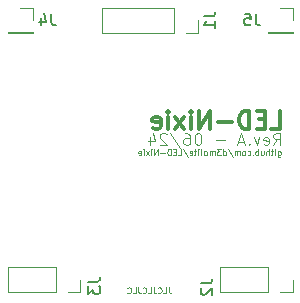
<source format=gbr>
%TF.GenerationSoftware,KiCad,Pcbnew,8.0.3*%
%TF.CreationDate,2024-07-13T00:09:23+02:00*%
%TF.ProjectId,Led Nixie,4c656420-4e69-4786-9965-2e6b69636164,rev?*%
%TF.SameCoordinates,Original*%
%TF.FileFunction,Legend,Bot*%
%TF.FilePolarity,Positive*%
%FSLAX46Y46*%
G04 Gerber Fmt 4.6, Leading zero omitted, Abs format (unit mm)*
G04 Created by KiCad (PCBNEW 8.0.3) date 2024-07-13 00:09:23*
%MOMM*%
%LPD*%
G01*
G04 APERTURE LIST*
%ADD10C,0.100000*%
%ADD11C,0.300000*%
%ADD12C,0.150000*%
%ADD13C,0.120000*%
G04 APERTURE END LIST*
D10*
X101566666Y-51633609D02*
X101566666Y-51990752D01*
X101566666Y-51990752D02*
X101590475Y-52062180D01*
X101590475Y-52062180D02*
X101638094Y-52109800D01*
X101638094Y-52109800D02*
X101709523Y-52133609D01*
X101709523Y-52133609D02*
X101757142Y-52133609D01*
X101090476Y-52133609D02*
X101328571Y-52133609D01*
X101328571Y-52133609D02*
X101328571Y-51633609D01*
X100638095Y-52085990D02*
X100661904Y-52109800D01*
X100661904Y-52109800D02*
X100733333Y-52133609D01*
X100733333Y-52133609D02*
X100780952Y-52133609D01*
X100780952Y-52133609D02*
X100852380Y-52109800D01*
X100852380Y-52109800D02*
X100899999Y-52062180D01*
X100899999Y-52062180D02*
X100923809Y-52014561D01*
X100923809Y-52014561D02*
X100947618Y-51919323D01*
X100947618Y-51919323D02*
X100947618Y-51847895D01*
X100947618Y-51847895D02*
X100923809Y-51752657D01*
X100923809Y-51752657D02*
X100899999Y-51705038D01*
X100899999Y-51705038D02*
X100852380Y-51657419D01*
X100852380Y-51657419D02*
X100780952Y-51633609D01*
X100780952Y-51633609D02*
X100733333Y-51633609D01*
X100733333Y-51633609D02*
X100661904Y-51657419D01*
X100661904Y-51657419D02*
X100638095Y-51681228D01*
X100280952Y-51633609D02*
X100280952Y-51990752D01*
X100280952Y-51990752D02*
X100304761Y-52062180D01*
X100304761Y-52062180D02*
X100352380Y-52109800D01*
X100352380Y-52109800D02*
X100423809Y-52133609D01*
X100423809Y-52133609D02*
X100471428Y-52133609D01*
X99804762Y-52133609D02*
X100042857Y-52133609D01*
X100042857Y-52133609D02*
X100042857Y-51633609D01*
X99352381Y-52085990D02*
X99376190Y-52109800D01*
X99376190Y-52109800D02*
X99447619Y-52133609D01*
X99447619Y-52133609D02*
X99495238Y-52133609D01*
X99495238Y-52133609D02*
X99566666Y-52109800D01*
X99566666Y-52109800D02*
X99614285Y-52062180D01*
X99614285Y-52062180D02*
X99638095Y-52014561D01*
X99638095Y-52014561D02*
X99661904Y-51919323D01*
X99661904Y-51919323D02*
X99661904Y-51847895D01*
X99661904Y-51847895D02*
X99638095Y-51752657D01*
X99638095Y-51752657D02*
X99614285Y-51705038D01*
X99614285Y-51705038D02*
X99566666Y-51657419D01*
X99566666Y-51657419D02*
X99495238Y-51633609D01*
X99495238Y-51633609D02*
X99447619Y-51633609D01*
X99447619Y-51633609D02*
X99376190Y-51657419D01*
X99376190Y-51657419D02*
X99352381Y-51681228D01*
X98995238Y-51633609D02*
X98995238Y-51990752D01*
X98995238Y-51990752D02*
X99019047Y-52062180D01*
X99019047Y-52062180D02*
X99066666Y-52109800D01*
X99066666Y-52109800D02*
X99138095Y-52133609D01*
X99138095Y-52133609D02*
X99185714Y-52133609D01*
X98519048Y-52133609D02*
X98757143Y-52133609D01*
X98757143Y-52133609D02*
X98757143Y-51633609D01*
X98066667Y-52085990D02*
X98090476Y-52109800D01*
X98090476Y-52109800D02*
X98161905Y-52133609D01*
X98161905Y-52133609D02*
X98209524Y-52133609D01*
X98209524Y-52133609D02*
X98280952Y-52109800D01*
X98280952Y-52109800D02*
X98328571Y-52062180D01*
X98328571Y-52062180D02*
X98352381Y-52014561D01*
X98352381Y-52014561D02*
X98376190Y-51919323D01*
X98376190Y-51919323D02*
X98376190Y-51847895D01*
X98376190Y-51847895D02*
X98352381Y-51752657D01*
X98352381Y-51752657D02*
X98328571Y-51705038D01*
X98328571Y-51705038D02*
X98280952Y-51657419D01*
X98280952Y-51657419D02*
X98209524Y-51633609D01*
X98209524Y-51633609D02*
X98161905Y-51633609D01*
X98161905Y-51633609D02*
X98090476Y-51657419D01*
X98090476Y-51657419D02*
X98066667Y-51681228D01*
X110800877Y-40100276D02*
X110800877Y-40505038D01*
X110800877Y-40505038D02*
X110824687Y-40552657D01*
X110824687Y-40552657D02*
X110848496Y-40576466D01*
X110848496Y-40576466D02*
X110896115Y-40600276D01*
X110896115Y-40600276D02*
X110967544Y-40600276D01*
X110967544Y-40600276D02*
X111015163Y-40576466D01*
X110800877Y-40409800D02*
X110848496Y-40433609D01*
X110848496Y-40433609D02*
X110943734Y-40433609D01*
X110943734Y-40433609D02*
X110991353Y-40409800D01*
X110991353Y-40409800D02*
X111015163Y-40385990D01*
X111015163Y-40385990D02*
X111038972Y-40338371D01*
X111038972Y-40338371D02*
X111038972Y-40195514D01*
X111038972Y-40195514D02*
X111015163Y-40147895D01*
X111015163Y-40147895D02*
X110991353Y-40124085D01*
X110991353Y-40124085D02*
X110943734Y-40100276D01*
X110943734Y-40100276D02*
X110848496Y-40100276D01*
X110848496Y-40100276D02*
X110800877Y-40124085D01*
X110562782Y-40433609D02*
X110562782Y-40100276D01*
X110562782Y-39933609D02*
X110586591Y-39957419D01*
X110586591Y-39957419D02*
X110562782Y-39981228D01*
X110562782Y-39981228D02*
X110538972Y-39957419D01*
X110538972Y-39957419D02*
X110562782Y-39933609D01*
X110562782Y-39933609D02*
X110562782Y-39981228D01*
X110396115Y-40100276D02*
X110205639Y-40100276D01*
X110324687Y-39933609D02*
X110324687Y-40362180D01*
X110324687Y-40362180D02*
X110300877Y-40409800D01*
X110300877Y-40409800D02*
X110253258Y-40433609D01*
X110253258Y-40433609D02*
X110205639Y-40433609D01*
X110038973Y-40433609D02*
X110038973Y-39933609D01*
X109824687Y-40433609D02*
X109824687Y-40171704D01*
X109824687Y-40171704D02*
X109848497Y-40124085D01*
X109848497Y-40124085D02*
X109896116Y-40100276D01*
X109896116Y-40100276D02*
X109967544Y-40100276D01*
X109967544Y-40100276D02*
X110015163Y-40124085D01*
X110015163Y-40124085D02*
X110038973Y-40147895D01*
X109372306Y-40100276D02*
X109372306Y-40433609D01*
X109586592Y-40100276D02*
X109586592Y-40362180D01*
X109586592Y-40362180D02*
X109562782Y-40409800D01*
X109562782Y-40409800D02*
X109515163Y-40433609D01*
X109515163Y-40433609D02*
X109443735Y-40433609D01*
X109443735Y-40433609D02*
X109396116Y-40409800D01*
X109396116Y-40409800D02*
X109372306Y-40385990D01*
X109134211Y-40433609D02*
X109134211Y-39933609D01*
X109134211Y-40124085D02*
X109086592Y-40100276D01*
X109086592Y-40100276D02*
X108991354Y-40100276D01*
X108991354Y-40100276D02*
X108943735Y-40124085D01*
X108943735Y-40124085D02*
X108919925Y-40147895D01*
X108919925Y-40147895D02*
X108896116Y-40195514D01*
X108896116Y-40195514D02*
X108896116Y-40338371D01*
X108896116Y-40338371D02*
X108919925Y-40385990D01*
X108919925Y-40385990D02*
X108943735Y-40409800D01*
X108943735Y-40409800D02*
X108991354Y-40433609D01*
X108991354Y-40433609D02*
X109086592Y-40433609D01*
X109086592Y-40433609D02*
X109134211Y-40409800D01*
X108681830Y-40385990D02*
X108658020Y-40409800D01*
X108658020Y-40409800D02*
X108681830Y-40433609D01*
X108681830Y-40433609D02*
X108705639Y-40409800D01*
X108705639Y-40409800D02*
X108681830Y-40385990D01*
X108681830Y-40385990D02*
X108681830Y-40433609D01*
X108229449Y-40409800D02*
X108277068Y-40433609D01*
X108277068Y-40433609D02*
X108372306Y-40433609D01*
X108372306Y-40433609D02*
X108419925Y-40409800D01*
X108419925Y-40409800D02*
X108443735Y-40385990D01*
X108443735Y-40385990D02*
X108467544Y-40338371D01*
X108467544Y-40338371D02*
X108467544Y-40195514D01*
X108467544Y-40195514D02*
X108443735Y-40147895D01*
X108443735Y-40147895D02*
X108419925Y-40124085D01*
X108419925Y-40124085D02*
X108372306Y-40100276D01*
X108372306Y-40100276D02*
X108277068Y-40100276D01*
X108277068Y-40100276D02*
X108229449Y-40124085D01*
X107943735Y-40433609D02*
X107991354Y-40409800D01*
X107991354Y-40409800D02*
X108015164Y-40385990D01*
X108015164Y-40385990D02*
X108038973Y-40338371D01*
X108038973Y-40338371D02*
X108038973Y-40195514D01*
X108038973Y-40195514D02*
X108015164Y-40147895D01*
X108015164Y-40147895D02*
X107991354Y-40124085D01*
X107991354Y-40124085D02*
X107943735Y-40100276D01*
X107943735Y-40100276D02*
X107872307Y-40100276D01*
X107872307Y-40100276D02*
X107824688Y-40124085D01*
X107824688Y-40124085D02*
X107800878Y-40147895D01*
X107800878Y-40147895D02*
X107777069Y-40195514D01*
X107777069Y-40195514D02*
X107777069Y-40338371D01*
X107777069Y-40338371D02*
X107800878Y-40385990D01*
X107800878Y-40385990D02*
X107824688Y-40409800D01*
X107824688Y-40409800D02*
X107872307Y-40433609D01*
X107872307Y-40433609D02*
X107943735Y-40433609D01*
X107562783Y-40433609D02*
X107562783Y-40100276D01*
X107562783Y-40147895D02*
X107538973Y-40124085D01*
X107538973Y-40124085D02*
X107491354Y-40100276D01*
X107491354Y-40100276D02*
X107419926Y-40100276D01*
X107419926Y-40100276D02*
X107372307Y-40124085D01*
X107372307Y-40124085D02*
X107348497Y-40171704D01*
X107348497Y-40171704D02*
X107348497Y-40433609D01*
X107348497Y-40171704D02*
X107324688Y-40124085D01*
X107324688Y-40124085D02*
X107277069Y-40100276D01*
X107277069Y-40100276D02*
X107205640Y-40100276D01*
X107205640Y-40100276D02*
X107158021Y-40124085D01*
X107158021Y-40124085D02*
X107134211Y-40171704D01*
X107134211Y-40171704D02*
X107134211Y-40433609D01*
X106538973Y-39909800D02*
X106967544Y-40552657D01*
X106158020Y-40433609D02*
X106158020Y-39933609D01*
X106158020Y-40409800D02*
X106205639Y-40433609D01*
X106205639Y-40433609D02*
X106300877Y-40433609D01*
X106300877Y-40433609D02*
X106348496Y-40409800D01*
X106348496Y-40409800D02*
X106372306Y-40385990D01*
X106372306Y-40385990D02*
X106396115Y-40338371D01*
X106396115Y-40338371D02*
X106396115Y-40195514D01*
X106396115Y-40195514D02*
X106372306Y-40147895D01*
X106372306Y-40147895D02*
X106348496Y-40124085D01*
X106348496Y-40124085D02*
X106300877Y-40100276D01*
X106300877Y-40100276D02*
X106205639Y-40100276D01*
X106205639Y-40100276D02*
X106158020Y-40124085D01*
X105967544Y-39933609D02*
X105658020Y-39933609D01*
X105658020Y-39933609D02*
X105824687Y-40124085D01*
X105824687Y-40124085D02*
X105753258Y-40124085D01*
X105753258Y-40124085D02*
X105705639Y-40147895D01*
X105705639Y-40147895D02*
X105681830Y-40171704D01*
X105681830Y-40171704D02*
X105658020Y-40219323D01*
X105658020Y-40219323D02*
X105658020Y-40338371D01*
X105658020Y-40338371D02*
X105681830Y-40385990D01*
X105681830Y-40385990D02*
X105705639Y-40409800D01*
X105705639Y-40409800D02*
X105753258Y-40433609D01*
X105753258Y-40433609D02*
X105896115Y-40433609D01*
X105896115Y-40433609D02*
X105943734Y-40409800D01*
X105943734Y-40409800D02*
X105967544Y-40385990D01*
X105443735Y-40433609D02*
X105443735Y-40100276D01*
X105443735Y-40147895D02*
X105419925Y-40124085D01*
X105419925Y-40124085D02*
X105372306Y-40100276D01*
X105372306Y-40100276D02*
X105300878Y-40100276D01*
X105300878Y-40100276D02*
X105253259Y-40124085D01*
X105253259Y-40124085D02*
X105229449Y-40171704D01*
X105229449Y-40171704D02*
X105229449Y-40433609D01*
X105229449Y-40171704D02*
X105205640Y-40124085D01*
X105205640Y-40124085D02*
X105158021Y-40100276D01*
X105158021Y-40100276D02*
X105086592Y-40100276D01*
X105086592Y-40100276D02*
X105038973Y-40124085D01*
X105038973Y-40124085D02*
X105015163Y-40171704D01*
X105015163Y-40171704D02*
X105015163Y-40433609D01*
X104705639Y-40433609D02*
X104753258Y-40409800D01*
X104753258Y-40409800D02*
X104777068Y-40385990D01*
X104777068Y-40385990D02*
X104800877Y-40338371D01*
X104800877Y-40338371D02*
X104800877Y-40195514D01*
X104800877Y-40195514D02*
X104777068Y-40147895D01*
X104777068Y-40147895D02*
X104753258Y-40124085D01*
X104753258Y-40124085D02*
X104705639Y-40100276D01*
X104705639Y-40100276D02*
X104634211Y-40100276D01*
X104634211Y-40100276D02*
X104586592Y-40124085D01*
X104586592Y-40124085D02*
X104562782Y-40147895D01*
X104562782Y-40147895D02*
X104538973Y-40195514D01*
X104538973Y-40195514D02*
X104538973Y-40338371D01*
X104538973Y-40338371D02*
X104562782Y-40385990D01*
X104562782Y-40385990D02*
X104586592Y-40409800D01*
X104586592Y-40409800D02*
X104634211Y-40433609D01*
X104634211Y-40433609D02*
X104705639Y-40433609D01*
X104253258Y-40433609D02*
X104300877Y-40409800D01*
X104300877Y-40409800D02*
X104324687Y-40362180D01*
X104324687Y-40362180D02*
X104324687Y-39933609D01*
X104062782Y-40433609D02*
X104062782Y-40100276D01*
X104062782Y-39933609D02*
X104086591Y-39957419D01*
X104086591Y-39957419D02*
X104062782Y-39981228D01*
X104062782Y-39981228D02*
X104038972Y-39957419D01*
X104038972Y-39957419D02*
X104062782Y-39933609D01*
X104062782Y-39933609D02*
X104062782Y-39981228D01*
X103896115Y-40100276D02*
X103705639Y-40100276D01*
X103824687Y-39933609D02*
X103824687Y-40362180D01*
X103824687Y-40362180D02*
X103800877Y-40409800D01*
X103800877Y-40409800D02*
X103753258Y-40433609D01*
X103753258Y-40433609D02*
X103705639Y-40433609D01*
X103348497Y-40409800D02*
X103396116Y-40433609D01*
X103396116Y-40433609D02*
X103491354Y-40433609D01*
X103491354Y-40433609D02*
X103538973Y-40409800D01*
X103538973Y-40409800D02*
X103562782Y-40362180D01*
X103562782Y-40362180D02*
X103562782Y-40171704D01*
X103562782Y-40171704D02*
X103538973Y-40124085D01*
X103538973Y-40124085D02*
X103491354Y-40100276D01*
X103491354Y-40100276D02*
X103396116Y-40100276D01*
X103396116Y-40100276D02*
X103348497Y-40124085D01*
X103348497Y-40124085D02*
X103324687Y-40171704D01*
X103324687Y-40171704D02*
X103324687Y-40219323D01*
X103324687Y-40219323D02*
X103562782Y-40266942D01*
X102753259Y-39909800D02*
X103181830Y-40552657D01*
X102348497Y-40433609D02*
X102586592Y-40433609D01*
X102586592Y-40433609D02*
X102586592Y-39933609D01*
X102181830Y-40171704D02*
X102015163Y-40171704D01*
X101943735Y-40433609D02*
X102181830Y-40433609D01*
X102181830Y-40433609D02*
X102181830Y-39933609D01*
X102181830Y-39933609D02*
X101943735Y-39933609D01*
X101729449Y-40433609D02*
X101729449Y-39933609D01*
X101729449Y-39933609D02*
X101610401Y-39933609D01*
X101610401Y-39933609D02*
X101538973Y-39957419D01*
X101538973Y-39957419D02*
X101491354Y-40005038D01*
X101491354Y-40005038D02*
X101467544Y-40052657D01*
X101467544Y-40052657D02*
X101443735Y-40147895D01*
X101443735Y-40147895D02*
X101443735Y-40219323D01*
X101443735Y-40219323D02*
X101467544Y-40314561D01*
X101467544Y-40314561D02*
X101491354Y-40362180D01*
X101491354Y-40362180D02*
X101538973Y-40409800D01*
X101538973Y-40409800D02*
X101610401Y-40433609D01*
X101610401Y-40433609D02*
X101729449Y-40433609D01*
X101229449Y-40243133D02*
X100848497Y-40243133D01*
X100610401Y-40433609D02*
X100610401Y-39933609D01*
X100610401Y-39933609D02*
X100324687Y-40433609D01*
X100324687Y-40433609D02*
X100324687Y-39933609D01*
X100086591Y-40433609D02*
X100086591Y-40100276D01*
X100086591Y-39933609D02*
X100110400Y-39957419D01*
X100110400Y-39957419D02*
X100086591Y-39981228D01*
X100086591Y-39981228D02*
X100062781Y-39957419D01*
X100062781Y-39957419D02*
X100086591Y-39933609D01*
X100086591Y-39933609D02*
X100086591Y-39981228D01*
X99896115Y-40433609D02*
X99634210Y-40100276D01*
X99896115Y-40100276D02*
X99634210Y-40433609D01*
X99443734Y-40433609D02*
X99443734Y-40100276D01*
X99443734Y-39933609D02*
X99467543Y-39957419D01*
X99467543Y-39957419D02*
X99443734Y-39981228D01*
X99443734Y-39981228D02*
X99419924Y-39957419D01*
X99419924Y-39957419D02*
X99443734Y-39933609D01*
X99443734Y-39933609D02*
X99443734Y-39981228D01*
X99015163Y-40409800D02*
X99062782Y-40433609D01*
X99062782Y-40433609D02*
X99158020Y-40433609D01*
X99158020Y-40433609D02*
X99205639Y-40409800D01*
X99205639Y-40409800D02*
X99229448Y-40362180D01*
X99229448Y-40362180D02*
X99229448Y-40171704D01*
X99229448Y-40171704D02*
X99205639Y-40124085D01*
X99205639Y-40124085D02*
X99158020Y-40100276D01*
X99158020Y-40100276D02*
X99062782Y-40100276D01*
X99062782Y-40100276D02*
X99015163Y-40124085D01*
X99015163Y-40124085D02*
X98991353Y-40171704D01*
X98991353Y-40171704D02*
X98991353Y-40219323D01*
X98991353Y-40219323D02*
X99229448Y-40266942D01*
X110424687Y-39572419D02*
X110758020Y-39096228D01*
X110996115Y-39572419D02*
X110996115Y-38572419D01*
X110996115Y-38572419D02*
X110615163Y-38572419D01*
X110615163Y-38572419D02*
X110519925Y-38620038D01*
X110519925Y-38620038D02*
X110472306Y-38667657D01*
X110472306Y-38667657D02*
X110424687Y-38762895D01*
X110424687Y-38762895D02*
X110424687Y-38905752D01*
X110424687Y-38905752D02*
X110472306Y-39000990D01*
X110472306Y-39000990D02*
X110519925Y-39048609D01*
X110519925Y-39048609D02*
X110615163Y-39096228D01*
X110615163Y-39096228D02*
X110996115Y-39096228D01*
X109615163Y-39524800D02*
X109710401Y-39572419D01*
X109710401Y-39572419D02*
X109900877Y-39572419D01*
X109900877Y-39572419D02*
X109996115Y-39524800D01*
X109996115Y-39524800D02*
X110043734Y-39429561D01*
X110043734Y-39429561D02*
X110043734Y-39048609D01*
X110043734Y-39048609D02*
X109996115Y-38953371D01*
X109996115Y-38953371D02*
X109900877Y-38905752D01*
X109900877Y-38905752D02*
X109710401Y-38905752D01*
X109710401Y-38905752D02*
X109615163Y-38953371D01*
X109615163Y-38953371D02*
X109567544Y-39048609D01*
X109567544Y-39048609D02*
X109567544Y-39143847D01*
X109567544Y-39143847D02*
X110043734Y-39239085D01*
X109234210Y-38905752D02*
X108996115Y-39572419D01*
X108996115Y-39572419D02*
X108758020Y-38905752D01*
X108377067Y-39477180D02*
X108329448Y-39524800D01*
X108329448Y-39524800D02*
X108377067Y-39572419D01*
X108377067Y-39572419D02*
X108424686Y-39524800D01*
X108424686Y-39524800D02*
X108377067Y-39477180D01*
X108377067Y-39477180D02*
X108377067Y-39572419D01*
X107948496Y-39286704D02*
X107472306Y-39286704D01*
X108043734Y-39572419D02*
X107710401Y-38572419D01*
X107710401Y-38572419D02*
X107377068Y-39572419D01*
X106281829Y-39191466D02*
X105519925Y-39191466D01*
X104091353Y-38572419D02*
X103996115Y-38572419D01*
X103996115Y-38572419D02*
X103900877Y-38620038D01*
X103900877Y-38620038D02*
X103853258Y-38667657D01*
X103853258Y-38667657D02*
X103805639Y-38762895D01*
X103805639Y-38762895D02*
X103758020Y-38953371D01*
X103758020Y-38953371D02*
X103758020Y-39191466D01*
X103758020Y-39191466D02*
X103805639Y-39381942D01*
X103805639Y-39381942D02*
X103853258Y-39477180D01*
X103853258Y-39477180D02*
X103900877Y-39524800D01*
X103900877Y-39524800D02*
X103996115Y-39572419D01*
X103996115Y-39572419D02*
X104091353Y-39572419D01*
X104091353Y-39572419D02*
X104186591Y-39524800D01*
X104186591Y-39524800D02*
X104234210Y-39477180D01*
X104234210Y-39477180D02*
X104281829Y-39381942D01*
X104281829Y-39381942D02*
X104329448Y-39191466D01*
X104329448Y-39191466D02*
X104329448Y-38953371D01*
X104329448Y-38953371D02*
X104281829Y-38762895D01*
X104281829Y-38762895D02*
X104234210Y-38667657D01*
X104234210Y-38667657D02*
X104186591Y-38620038D01*
X104186591Y-38620038D02*
X104091353Y-38572419D01*
X102900877Y-38572419D02*
X103091353Y-38572419D01*
X103091353Y-38572419D02*
X103186591Y-38620038D01*
X103186591Y-38620038D02*
X103234210Y-38667657D01*
X103234210Y-38667657D02*
X103329448Y-38810514D01*
X103329448Y-38810514D02*
X103377067Y-39000990D01*
X103377067Y-39000990D02*
X103377067Y-39381942D01*
X103377067Y-39381942D02*
X103329448Y-39477180D01*
X103329448Y-39477180D02*
X103281829Y-39524800D01*
X103281829Y-39524800D02*
X103186591Y-39572419D01*
X103186591Y-39572419D02*
X102996115Y-39572419D01*
X102996115Y-39572419D02*
X102900877Y-39524800D01*
X102900877Y-39524800D02*
X102853258Y-39477180D01*
X102853258Y-39477180D02*
X102805639Y-39381942D01*
X102805639Y-39381942D02*
X102805639Y-39143847D01*
X102805639Y-39143847D02*
X102853258Y-39048609D01*
X102853258Y-39048609D02*
X102900877Y-39000990D01*
X102900877Y-39000990D02*
X102996115Y-38953371D01*
X102996115Y-38953371D02*
X103186591Y-38953371D01*
X103186591Y-38953371D02*
X103281829Y-39000990D01*
X103281829Y-39000990D02*
X103329448Y-39048609D01*
X103329448Y-39048609D02*
X103377067Y-39143847D01*
X101662782Y-38524800D02*
X102519924Y-39810514D01*
X101377067Y-38667657D02*
X101329448Y-38620038D01*
X101329448Y-38620038D02*
X101234210Y-38572419D01*
X101234210Y-38572419D02*
X100996115Y-38572419D01*
X100996115Y-38572419D02*
X100900877Y-38620038D01*
X100900877Y-38620038D02*
X100853258Y-38667657D01*
X100853258Y-38667657D02*
X100805639Y-38762895D01*
X100805639Y-38762895D02*
X100805639Y-38858133D01*
X100805639Y-38858133D02*
X100853258Y-39000990D01*
X100853258Y-39000990D02*
X101424686Y-39572419D01*
X101424686Y-39572419D02*
X100805639Y-39572419D01*
X99948496Y-38905752D02*
X99948496Y-39572419D01*
X100186591Y-38524800D02*
X100424686Y-39239085D01*
X100424686Y-39239085D02*
X99805639Y-39239085D01*
D11*
X110231203Y-38200828D02*
X110945489Y-38200828D01*
X110945489Y-38200828D02*
X110945489Y-36700828D01*
X109731203Y-37415114D02*
X109231203Y-37415114D01*
X109016917Y-38200828D02*
X109731203Y-38200828D01*
X109731203Y-38200828D02*
X109731203Y-36700828D01*
X109731203Y-36700828D02*
X109016917Y-36700828D01*
X108374060Y-38200828D02*
X108374060Y-36700828D01*
X108374060Y-36700828D02*
X108016917Y-36700828D01*
X108016917Y-36700828D02*
X107802631Y-36772257D01*
X107802631Y-36772257D02*
X107659774Y-36915114D01*
X107659774Y-36915114D02*
X107588345Y-37057971D01*
X107588345Y-37057971D02*
X107516917Y-37343685D01*
X107516917Y-37343685D02*
X107516917Y-37557971D01*
X107516917Y-37557971D02*
X107588345Y-37843685D01*
X107588345Y-37843685D02*
X107659774Y-37986542D01*
X107659774Y-37986542D02*
X107802631Y-38129400D01*
X107802631Y-38129400D02*
X108016917Y-38200828D01*
X108016917Y-38200828D02*
X108374060Y-38200828D01*
X106874060Y-37629400D02*
X105731203Y-37629400D01*
X105016917Y-38200828D02*
X105016917Y-36700828D01*
X105016917Y-36700828D02*
X104159774Y-38200828D01*
X104159774Y-38200828D02*
X104159774Y-36700828D01*
X103445488Y-38200828D02*
X103445488Y-37200828D01*
X103445488Y-36700828D02*
X103516916Y-36772257D01*
X103516916Y-36772257D02*
X103445488Y-36843685D01*
X103445488Y-36843685D02*
X103374059Y-36772257D01*
X103374059Y-36772257D02*
X103445488Y-36700828D01*
X103445488Y-36700828D02*
X103445488Y-36843685D01*
X102874059Y-38200828D02*
X102088345Y-37200828D01*
X102874059Y-37200828D02*
X102088345Y-38200828D01*
X101516916Y-38200828D02*
X101516916Y-37200828D01*
X101516916Y-36700828D02*
X101588344Y-36772257D01*
X101588344Y-36772257D02*
X101516916Y-36843685D01*
X101516916Y-36843685D02*
X101445487Y-36772257D01*
X101445487Y-36772257D02*
X101516916Y-36700828D01*
X101516916Y-36700828D02*
X101516916Y-36843685D01*
X100231201Y-38129400D02*
X100374058Y-38200828D01*
X100374058Y-38200828D02*
X100659773Y-38200828D01*
X100659773Y-38200828D02*
X100802630Y-38129400D01*
X100802630Y-38129400D02*
X100874058Y-37986542D01*
X100874058Y-37986542D02*
X100874058Y-37415114D01*
X100874058Y-37415114D02*
X100802630Y-37272257D01*
X100802630Y-37272257D02*
X100659773Y-37200828D01*
X100659773Y-37200828D02*
X100374058Y-37200828D01*
X100374058Y-37200828D02*
X100231201Y-37272257D01*
X100231201Y-37272257D02*
X100159773Y-37415114D01*
X100159773Y-37415114D02*
X100159773Y-37557971D01*
X100159773Y-37557971D02*
X100874058Y-37700828D01*
D12*
X104514819Y-28666666D02*
X105229104Y-28666666D01*
X105229104Y-28666666D02*
X105371961Y-28619047D01*
X105371961Y-28619047D02*
X105467200Y-28523809D01*
X105467200Y-28523809D02*
X105514819Y-28380952D01*
X105514819Y-28380952D02*
X105514819Y-28285714D01*
X105514819Y-29666666D02*
X105514819Y-29095238D01*
X105514819Y-29380952D02*
X104514819Y-29380952D01*
X104514819Y-29380952D02*
X104657676Y-29285714D01*
X104657676Y-29285714D02*
X104752914Y-29190476D01*
X104752914Y-29190476D02*
X104800533Y-29095238D01*
X108933333Y-28454819D02*
X108933333Y-29169104D01*
X108933333Y-29169104D02*
X108980952Y-29311961D01*
X108980952Y-29311961D02*
X109076190Y-29407200D01*
X109076190Y-29407200D02*
X109219047Y-29454819D01*
X109219047Y-29454819D02*
X109314285Y-29454819D01*
X107980952Y-28454819D02*
X108457142Y-28454819D01*
X108457142Y-28454819D02*
X108504761Y-28931009D01*
X108504761Y-28931009D02*
X108457142Y-28883390D01*
X108457142Y-28883390D02*
X108361904Y-28835771D01*
X108361904Y-28835771D02*
X108123809Y-28835771D01*
X108123809Y-28835771D02*
X108028571Y-28883390D01*
X108028571Y-28883390D02*
X107980952Y-28931009D01*
X107980952Y-28931009D02*
X107933333Y-29026247D01*
X107933333Y-29026247D02*
X107933333Y-29264342D01*
X107933333Y-29264342D02*
X107980952Y-29359580D01*
X107980952Y-29359580D02*
X108028571Y-29407200D01*
X108028571Y-29407200D02*
X108123809Y-29454819D01*
X108123809Y-29454819D02*
X108361904Y-29454819D01*
X108361904Y-29454819D02*
X108457142Y-29407200D01*
X108457142Y-29407200D02*
X108504761Y-29359580D01*
X91633333Y-28454819D02*
X91633333Y-29169104D01*
X91633333Y-29169104D02*
X91680952Y-29311961D01*
X91680952Y-29311961D02*
X91776190Y-29407200D01*
X91776190Y-29407200D02*
X91919047Y-29454819D01*
X91919047Y-29454819D02*
X92014285Y-29454819D01*
X90728571Y-28788152D02*
X90728571Y-29454819D01*
X90966666Y-28407200D02*
X91204761Y-29121485D01*
X91204761Y-29121485D02*
X90585714Y-29121485D01*
X94754819Y-51166666D02*
X95469104Y-51166666D01*
X95469104Y-51166666D02*
X95611961Y-51119047D01*
X95611961Y-51119047D02*
X95707200Y-51023809D01*
X95707200Y-51023809D02*
X95754819Y-50880952D01*
X95754819Y-50880952D02*
X95754819Y-50785714D01*
X94754819Y-51547619D02*
X94754819Y-52166666D01*
X94754819Y-52166666D02*
X95135771Y-51833333D01*
X95135771Y-51833333D02*
X95135771Y-51976190D01*
X95135771Y-51976190D02*
X95183390Y-52071428D01*
X95183390Y-52071428D02*
X95231009Y-52119047D01*
X95231009Y-52119047D02*
X95326247Y-52166666D01*
X95326247Y-52166666D02*
X95564342Y-52166666D01*
X95564342Y-52166666D02*
X95659580Y-52119047D01*
X95659580Y-52119047D02*
X95707200Y-52071428D01*
X95707200Y-52071428D02*
X95754819Y-51976190D01*
X95754819Y-51976190D02*
X95754819Y-51690476D01*
X95754819Y-51690476D02*
X95707200Y-51595238D01*
X95707200Y-51595238D02*
X95659580Y-51547619D01*
X104254819Y-51266666D02*
X104969104Y-51266666D01*
X104969104Y-51266666D02*
X105111961Y-51219047D01*
X105111961Y-51219047D02*
X105207200Y-51123809D01*
X105207200Y-51123809D02*
X105254819Y-50980952D01*
X105254819Y-50980952D02*
X105254819Y-50885714D01*
X104350057Y-51695238D02*
X104302438Y-51742857D01*
X104302438Y-51742857D02*
X104254819Y-51838095D01*
X104254819Y-51838095D02*
X104254819Y-52076190D01*
X104254819Y-52076190D02*
X104302438Y-52171428D01*
X104302438Y-52171428D02*
X104350057Y-52219047D01*
X104350057Y-52219047D02*
X104445295Y-52266666D01*
X104445295Y-52266666D02*
X104540533Y-52266666D01*
X104540533Y-52266666D02*
X104683390Y-52219047D01*
X104683390Y-52219047D02*
X105254819Y-51647619D01*
X105254819Y-51647619D02*
X105254819Y-52266666D01*
D13*
%TO.C,J1*%
X104060000Y-29000000D02*
X104060000Y-30060000D01*
X104060000Y-30060000D02*
X103000000Y-30060000D01*
X95940000Y-30060000D02*
X102000000Y-30060000D01*
X102000000Y-27940000D02*
X102000000Y-30060000D01*
X95940000Y-27940000D02*
X95940000Y-30060000D01*
X95940000Y-27940000D02*
X102000000Y-27940000D01*
%TO.C,J5*%
X111000000Y-27940000D02*
X112060000Y-27940000D01*
X112060000Y-27940000D02*
X112060000Y-29000000D01*
X112060000Y-30060000D02*
X112060000Y-30000000D01*
X109940000Y-30000000D02*
X112060000Y-30000000D01*
X109940000Y-30060000D02*
X112060000Y-30060000D01*
X109940000Y-30060000D02*
X109940000Y-30000000D01*
%TO.C,J4*%
X89000000Y-27940000D02*
X90060000Y-27940000D01*
X90060000Y-27940000D02*
X90060000Y-29000000D01*
X90060000Y-30060000D02*
X90060000Y-30000000D01*
X87940000Y-30000000D02*
X90060000Y-30000000D01*
X87940000Y-30060000D02*
X90060000Y-30060000D01*
X87940000Y-30060000D02*
X87940000Y-30000000D01*
%TO.C,J3*%
X94060000Y-51000000D02*
X94060000Y-52060000D01*
X94060000Y-52060000D02*
X93000000Y-52060000D01*
X87940000Y-52060000D02*
X92000000Y-52060000D01*
X92000000Y-49940000D02*
X92000000Y-52060000D01*
X87940000Y-49940000D02*
X87940000Y-52060000D01*
X87940000Y-49940000D02*
X92000000Y-49940000D01*
%TO.C,J2*%
X112060000Y-51000000D02*
X112060000Y-52060000D01*
X112060000Y-52060000D02*
X111000000Y-52060000D01*
X105940000Y-52060000D02*
X110000000Y-52060000D01*
X110000000Y-49940000D02*
X110000000Y-52060000D01*
X105940000Y-49940000D02*
X105940000Y-52060000D01*
X105940000Y-49940000D02*
X110000000Y-49940000D01*
%TD*%
M02*

</source>
